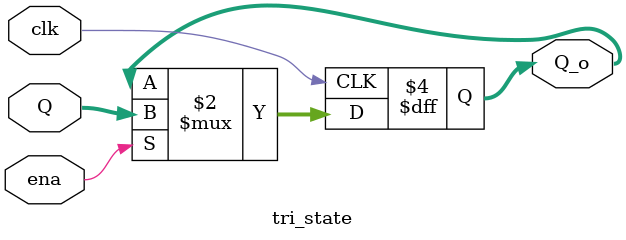
<source format=v>
`timescale 1ns / 1ps


module tri_state(
    input ena,
    input clk,
    input [7:0] Q,
    output reg [7:0] Q_o
    );
always @(posedge clk)
    if(ena) Q_o <= Q;
    //else Q_o <= 8'bz;
endmodule

</source>
